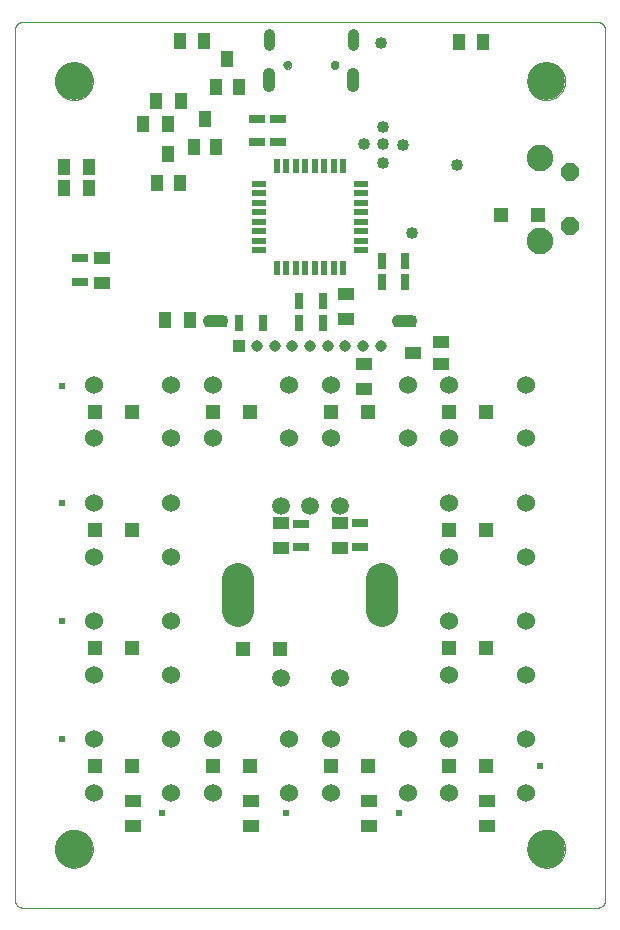
<source format=gbs>
G75*
%MOIN*%
%OFA0B0*%
%FSLAX25Y25*%
%IPPOS*%
%LPD*%
%AMOC8*
5,1,8,0,0,1.08239X$1,22.5*
%
%ADD10C,0.00000*%
%ADD11R,0.03150X0.05512*%
%ADD12R,0.05512X0.03150*%
%ADD13C,0.03800*%
%ADD14C,0.04000*%
%ADD15C,0.02559*%
%ADD16R,0.04724X0.04724*%
%ADD17R,0.05512X0.04331*%
%ADD18R,0.04331X0.05512*%
%ADD19C,0.06000*%
%ADD20R,0.02000X0.02000*%
%ADD21C,0.04000*%
%ADD22OC8,0.06000*%
%ADD23C,0.08850*%
%ADD24C,0.12598*%
%ADD25C,0.05906*%
%ADD26C,0.10630*%
%ADD27R,0.01969X0.05118*%
%ADD28R,0.05118X0.01969*%
%ADD29R,0.03839X0.03839*%
%ADD30C,0.03839*%
%ADD31C,0.04134*%
%ADD32R,0.03937X0.05512*%
%ADD33R,0.05512X0.03937*%
D10*
X0029445Y0012103D02*
X0029445Y0301811D01*
X0029447Y0301915D01*
X0029453Y0302019D01*
X0029463Y0302123D01*
X0029476Y0302226D01*
X0029494Y0302329D01*
X0029515Y0302430D01*
X0029540Y0302532D01*
X0029569Y0302632D01*
X0029601Y0302730D01*
X0029637Y0302828D01*
X0029677Y0302924D01*
X0029721Y0303019D01*
X0029768Y0303112D01*
X0029818Y0303203D01*
X0029872Y0303292D01*
X0029929Y0303379D01*
X0029989Y0303464D01*
X0030052Y0303547D01*
X0030119Y0303627D01*
X0030188Y0303705D01*
X0030260Y0303780D01*
X0030335Y0303852D01*
X0030413Y0303921D01*
X0030493Y0303988D01*
X0030576Y0304051D01*
X0030661Y0304111D01*
X0030748Y0304168D01*
X0030837Y0304222D01*
X0030928Y0304272D01*
X0031021Y0304319D01*
X0031116Y0304363D01*
X0031212Y0304403D01*
X0031310Y0304439D01*
X0031408Y0304471D01*
X0031508Y0304500D01*
X0031610Y0304525D01*
X0031711Y0304546D01*
X0031814Y0304564D01*
X0031917Y0304577D01*
X0032021Y0304587D01*
X0032125Y0304593D01*
X0032229Y0304595D01*
X0032229Y0304594D02*
X0223512Y0304594D01*
X0223512Y0304595D02*
X0223616Y0304593D01*
X0223720Y0304587D01*
X0223824Y0304577D01*
X0223927Y0304564D01*
X0224030Y0304546D01*
X0224131Y0304525D01*
X0224233Y0304500D01*
X0224333Y0304471D01*
X0224431Y0304439D01*
X0224529Y0304403D01*
X0224625Y0304363D01*
X0224720Y0304319D01*
X0224813Y0304272D01*
X0224904Y0304222D01*
X0224993Y0304168D01*
X0225080Y0304111D01*
X0225165Y0304051D01*
X0225248Y0303988D01*
X0225328Y0303921D01*
X0225406Y0303852D01*
X0225481Y0303780D01*
X0225553Y0303705D01*
X0225622Y0303627D01*
X0225689Y0303547D01*
X0225752Y0303464D01*
X0225812Y0303379D01*
X0225869Y0303292D01*
X0225923Y0303203D01*
X0225973Y0303112D01*
X0226020Y0303019D01*
X0226064Y0302924D01*
X0226104Y0302828D01*
X0226140Y0302730D01*
X0226172Y0302632D01*
X0226201Y0302532D01*
X0226226Y0302430D01*
X0226247Y0302329D01*
X0226265Y0302226D01*
X0226278Y0302123D01*
X0226288Y0302019D01*
X0226294Y0301915D01*
X0226296Y0301811D01*
X0226296Y0012103D01*
X0226294Y0011999D01*
X0226288Y0011895D01*
X0226278Y0011791D01*
X0226265Y0011688D01*
X0226247Y0011585D01*
X0226226Y0011484D01*
X0226201Y0011382D01*
X0226172Y0011282D01*
X0226140Y0011184D01*
X0226104Y0011086D01*
X0226064Y0010990D01*
X0226020Y0010895D01*
X0225973Y0010802D01*
X0225923Y0010711D01*
X0225869Y0010622D01*
X0225812Y0010535D01*
X0225752Y0010450D01*
X0225689Y0010367D01*
X0225622Y0010287D01*
X0225553Y0010209D01*
X0225481Y0010134D01*
X0225406Y0010062D01*
X0225328Y0009993D01*
X0225248Y0009926D01*
X0225165Y0009863D01*
X0225080Y0009803D01*
X0224993Y0009746D01*
X0224904Y0009692D01*
X0224813Y0009642D01*
X0224720Y0009595D01*
X0224625Y0009551D01*
X0224529Y0009511D01*
X0224431Y0009475D01*
X0224333Y0009443D01*
X0224233Y0009414D01*
X0224131Y0009389D01*
X0224030Y0009368D01*
X0223927Y0009350D01*
X0223824Y0009337D01*
X0223720Y0009327D01*
X0223616Y0009321D01*
X0223512Y0009319D01*
X0032229Y0009319D01*
X0032125Y0009321D01*
X0032021Y0009327D01*
X0031917Y0009337D01*
X0031814Y0009350D01*
X0031711Y0009368D01*
X0031610Y0009389D01*
X0031508Y0009414D01*
X0031408Y0009443D01*
X0031310Y0009475D01*
X0031212Y0009511D01*
X0031116Y0009551D01*
X0031021Y0009595D01*
X0030928Y0009642D01*
X0030837Y0009692D01*
X0030748Y0009746D01*
X0030661Y0009803D01*
X0030576Y0009863D01*
X0030493Y0009926D01*
X0030413Y0009993D01*
X0030335Y0010062D01*
X0030260Y0010134D01*
X0030188Y0010209D01*
X0030119Y0010287D01*
X0030052Y0010367D01*
X0029989Y0010450D01*
X0029929Y0010535D01*
X0029872Y0010622D01*
X0029818Y0010711D01*
X0029768Y0010802D01*
X0029721Y0010895D01*
X0029677Y0010990D01*
X0029637Y0011086D01*
X0029601Y0011184D01*
X0029569Y0011282D01*
X0029540Y0011382D01*
X0029515Y0011484D01*
X0029494Y0011585D01*
X0029476Y0011688D01*
X0029463Y0011791D01*
X0029453Y0011895D01*
X0029447Y0011999D01*
X0029445Y0012103D01*
X0042831Y0029004D02*
X0042833Y0029162D01*
X0042839Y0029320D01*
X0042849Y0029478D01*
X0042863Y0029636D01*
X0042881Y0029793D01*
X0042902Y0029950D01*
X0042928Y0030106D01*
X0042958Y0030262D01*
X0042991Y0030417D01*
X0043029Y0030570D01*
X0043070Y0030723D01*
X0043115Y0030875D01*
X0043164Y0031026D01*
X0043217Y0031175D01*
X0043273Y0031323D01*
X0043333Y0031469D01*
X0043397Y0031614D01*
X0043465Y0031757D01*
X0043536Y0031899D01*
X0043610Y0032039D01*
X0043688Y0032176D01*
X0043770Y0032312D01*
X0043854Y0032446D01*
X0043943Y0032577D01*
X0044034Y0032706D01*
X0044129Y0032833D01*
X0044226Y0032958D01*
X0044327Y0033080D01*
X0044431Y0033199D01*
X0044538Y0033316D01*
X0044648Y0033430D01*
X0044761Y0033541D01*
X0044876Y0033650D01*
X0044994Y0033755D01*
X0045115Y0033857D01*
X0045238Y0033957D01*
X0045364Y0034053D01*
X0045492Y0034146D01*
X0045622Y0034236D01*
X0045755Y0034322D01*
X0045890Y0034406D01*
X0046026Y0034485D01*
X0046165Y0034562D01*
X0046306Y0034634D01*
X0046448Y0034704D01*
X0046592Y0034769D01*
X0046738Y0034831D01*
X0046885Y0034889D01*
X0047034Y0034944D01*
X0047184Y0034995D01*
X0047335Y0035042D01*
X0047487Y0035085D01*
X0047640Y0035124D01*
X0047795Y0035160D01*
X0047950Y0035191D01*
X0048106Y0035219D01*
X0048262Y0035243D01*
X0048419Y0035263D01*
X0048577Y0035279D01*
X0048734Y0035291D01*
X0048893Y0035299D01*
X0049051Y0035303D01*
X0049209Y0035303D01*
X0049367Y0035299D01*
X0049526Y0035291D01*
X0049683Y0035279D01*
X0049841Y0035263D01*
X0049998Y0035243D01*
X0050154Y0035219D01*
X0050310Y0035191D01*
X0050465Y0035160D01*
X0050620Y0035124D01*
X0050773Y0035085D01*
X0050925Y0035042D01*
X0051076Y0034995D01*
X0051226Y0034944D01*
X0051375Y0034889D01*
X0051522Y0034831D01*
X0051668Y0034769D01*
X0051812Y0034704D01*
X0051954Y0034634D01*
X0052095Y0034562D01*
X0052234Y0034485D01*
X0052370Y0034406D01*
X0052505Y0034322D01*
X0052638Y0034236D01*
X0052768Y0034146D01*
X0052896Y0034053D01*
X0053022Y0033957D01*
X0053145Y0033857D01*
X0053266Y0033755D01*
X0053384Y0033650D01*
X0053499Y0033541D01*
X0053612Y0033430D01*
X0053722Y0033316D01*
X0053829Y0033199D01*
X0053933Y0033080D01*
X0054034Y0032958D01*
X0054131Y0032833D01*
X0054226Y0032706D01*
X0054317Y0032577D01*
X0054406Y0032446D01*
X0054490Y0032312D01*
X0054572Y0032176D01*
X0054650Y0032039D01*
X0054724Y0031899D01*
X0054795Y0031757D01*
X0054863Y0031614D01*
X0054927Y0031469D01*
X0054987Y0031323D01*
X0055043Y0031175D01*
X0055096Y0031026D01*
X0055145Y0030875D01*
X0055190Y0030723D01*
X0055231Y0030570D01*
X0055269Y0030417D01*
X0055302Y0030262D01*
X0055332Y0030106D01*
X0055358Y0029950D01*
X0055379Y0029793D01*
X0055397Y0029636D01*
X0055411Y0029478D01*
X0055421Y0029320D01*
X0055427Y0029162D01*
X0055429Y0029004D01*
X0055427Y0028846D01*
X0055421Y0028688D01*
X0055411Y0028530D01*
X0055397Y0028372D01*
X0055379Y0028215D01*
X0055358Y0028058D01*
X0055332Y0027902D01*
X0055302Y0027746D01*
X0055269Y0027591D01*
X0055231Y0027438D01*
X0055190Y0027285D01*
X0055145Y0027133D01*
X0055096Y0026982D01*
X0055043Y0026833D01*
X0054987Y0026685D01*
X0054927Y0026539D01*
X0054863Y0026394D01*
X0054795Y0026251D01*
X0054724Y0026109D01*
X0054650Y0025969D01*
X0054572Y0025832D01*
X0054490Y0025696D01*
X0054406Y0025562D01*
X0054317Y0025431D01*
X0054226Y0025302D01*
X0054131Y0025175D01*
X0054034Y0025050D01*
X0053933Y0024928D01*
X0053829Y0024809D01*
X0053722Y0024692D01*
X0053612Y0024578D01*
X0053499Y0024467D01*
X0053384Y0024358D01*
X0053266Y0024253D01*
X0053145Y0024151D01*
X0053022Y0024051D01*
X0052896Y0023955D01*
X0052768Y0023862D01*
X0052638Y0023772D01*
X0052505Y0023686D01*
X0052370Y0023602D01*
X0052234Y0023523D01*
X0052095Y0023446D01*
X0051954Y0023374D01*
X0051812Y0023304D01*
X0051668Y0023239D01*
X0051522Y0023177D01*
X0051375Y0023119D01*
X0051226Y0023064D01*
X0051076Y0023013D01*
X0050925Y0022966D01*
X0050773Y0022923D01*
X0050620Y0022884D01*
X0050465Y0022848D01*
X0050310Y0022817D01*
X0050154Y0022789D01*
X0049998Y0022765D01*
X0049841Y0022745D01*
X0049683Y0022729D01*
X0049526Y0022717D01*
X0049367Y0022709D01*
X0049209Y0022705D01*
X0049051Y0022705D01*
X0048893Y0022709D01*
X0048734Y0022717D01*
X0048577Y0022729D01*
X0048419Y0022745D01*
X0048262Y0022765D01*
X0048106Y0022789D01*
X0047950Y0022817D01*
X0047795Y0022848D01*
X0047640Y0022884D01*
X0047487Y0022923D01*
X0047335Y0022966D01*
X0047184Y0023013D01*
X0047034Y0023064D01*
X0046885Y0023119D01*
X0046738Y0023177D01*
X0046592Y0023239D01*
X0046448Y0023304D01*
X0046306Y0023374D01*
X0046165Y0023446D01*
X0046026Y0023523D01*
X0045890Y0023602D01*
X0045755Y0023686D01*
X0045622Y0023772D01*
X0045492Y0023862D01*
X0045364Y0023955D01*
X0045238Y0024051D01*
X0045115Y0024151D01*
X0044994Y0024253D01*
X0044876Y0024358D01*
X0044761Y0024467D01*
X0044648Y0024578D01*
X0044538Y0024692D01*
X0044431Y0024809D01*
X0044327Y0024928D01*
X0044226Y0025050D01*
X0044129Y0025175D01*
X0044034Y0025302D01*
X0043943Y0025431D01*
X0043854Y0025562D01*
X0043770Y0025696D01*
X0043688Y0025832D01*
X0043610Y0025969D01*
X0043536Y0026109D01*
X0043465Y0026251D01*
X0043397Y0026394D01*
X0043333Y0026539D01*
X0043273Y0026685D01*
X0043217Y0026833D01*
X0043164Y0026982D01*
X0043115Y0027133D01*
X0043070Y0027285D01*
X0043029Y0027438D01*
X0042991Y0027591D01*
X0042958Y0027746D01*
X0042928Y0027902D01*
X0042902Y0028058D01*
X0042881Y0028215D01*
X0042863Y0028372D01*
X0042849Y0028530D01*
X0042839Y0028688D01*
X0042833Y0028846D01*
X0042831Y0029004D01*
X0100311Y0109319D02*
X0107398Y0109319D01*
X0107398Y0117980D01*
X0100311Y0117980D01*
X0100311Y0109319D01*
X0148343Y0109319D02*
X0155429Y0109319D01*
X0155429Y0117980D01*
X0148343Y0117980D01*
X0148343Y0109319D01*
X0200311Y0029004D02*
X0200313Y0029162D01*
X0200319Y0029320D01*
X0200329Y0029478D01*
X0200343Y0029636D01*
X0200361Y0029793D01*
X0200382Y0029950D01*
X0200408Y0030106D01*
X0200438Y0030262D01*
X0200471Y0030417D01*
X0200509Y0030570D01*
X0200550Y0030723D01*
X0200595Y0030875D01*
X0200644Y0031026D01*
X0200697Y0031175D01*
X0200753Y0031323D01*
X0200813Y0031469D01*
X0200877Y0031614D01*
X0200945Y0031757D01*
X0201016Y0031899D01*
X0201090Y0032039D01*
X0201168Y0032176D01*
X0201250Y0032312D01*
X0201334Y0032446D01*
X0201423Y0032577D01*
X0201514Y0032706D01*
X0201609Y0032833D01*
X0201706Y0032958D01*
X0201807Y0033080D01*
X0201911Y0033199D01*
X0202018Y0033316D01*
X0202128Y0033430D01*
X0202241Y0033541D01*
X0202356Y0033650D01*
X0202474Y0033755D01*
X0202595Y0033857D01*
X0202718Y0033957D01*
X0202844Y0034053D01*
X0202972Y0034146D01*
X0203102Y0034236D01*
X0203235Y0034322D01*
X0203370Y0034406D01*
X0203506Y0034485D01*
X0203645Y0034562D01*
X0203786Y0034634D01*
X0203928Y0034704D01*
X0204072Y0034769D01*
X0204218Y0034831D01*
X0204365Y0034889D01*
X0204514Y0034944D01*
X0204664Y0034995D01*
X0204815Y0035042D01*
X0204967Y0035085D01*
X0205120Y0035124D01*
X0205275Y0035160D01*
X0205430Y0035191D01*
X0205586Y0035219D01*
X0205742Y0035243D01*
X0205899Y0035263D01*
X0206057Y0035279D01*
X0206214Y0035291D01*
X0206373Y0035299D01*
X0206531Y0035303D01*
X0206689Y0035303D01*
X0206847Y0035299D01*
X0207006Y0035291D01*
X0207163Y0035279D01*
X0207321Y0035263D01*
X0207478Y0035243D01*
X0207634Y0035219D01*
X0207790Y0035191D01*
X0207945Y0035160D01*
X0208100Y0035124D01*
X0208253Y0035085D01*
X0208405Y0035042D01*
X0208556Y0034995D01*
X0208706Y0034944D01*
X0208855Y0034889D01*
X0209002Y0034831D01*
X0209148Y0034769D01*
X0209292Y0034704D01*
X0209434Y0034634D01*
X0209575Y0034562D01*
X0209714Y0034485D01*
X0209850Y0034406D01*
X0209985Y0034322D01*
X0210118Y0034236D01*
X0210248Y0034146D01*
X0210376Y0034053D01*
X0210502Y0033957D01*
X0210625Y0033857D01*
X0210746Y0033755D01*
X0210864Y0033650D01*
X0210979Y0033541D01*
X0211092Y0033430D01*
X0211202Y0033316D01*
X0211309Y0033199D01*
X0211413Y0033080D01*
X0211514Y0032958D01*
X0211611Y0032833D01*
X0211706Y0032706D01*
X0211797Y0032577D01*
X0211886Y0032446D01*
X0211970Y0032312D01*
X0212052Y0032176D01*
X0212130Y0032039D01*
X0212204Y0031899D01*
X0212275Y0031757D01*
X0212343Y0031614D01*
X0212407Y0031469D01*
X0212467Y0031323D01*
X0212523Y0031175D01*
X0212576Y0031026D01*
X0212625Y0030875D01*
X0212670Y0030723D01*
X0212711Y0030570D01*
X0212749Y0030417D01*
X0212782Y0030262D01*
X0212812Y0030106D01*
X0212838Y0029950D01*
X0212859Y0029793D01*
X0212877Y0029636D01*
X0212891Y0029478D01*
X0212901Y0029320D01*
X0212907Y0029162D01*
X0212909Y0029004D01*
X0212907Y0028846D01*
X0212901Y0028688D01*
X0212891Y0028530D01*
X0212877Y0028372D01*
X0212859Y0028215D01*
X0212838Y0028058D01*
X0212812Y0027902D01*
X0212782Y0027746D01*
X0212749Y0027591D01*
X0212711Y0027438D01*
X0212670Y0027285D01*
X0212625Y0027133D01*
X0212576Y0026982D01*
X0212523Y0026833D01*
X0212467Y0026685D01*
X0212407Y0026539D01*
X0212343Y0026394D01*
X0212275Y0026251D01*
X0212204Y0026109D01*
X0212130Y0025969D01*
X0212052Y0025832D01*
X0211970Y0025696D01*
X0211886Y0025562D01*
X0211797Y0025431D01*
X0211706Y0025302D01*
X0211611Y0025175D01*
X0211514Y0025050D01*
X0211413Y0024928D01*
X0211309Y0024809D01*
X0211202Y0024692D01*
X0211092Y0024578D01*
X0210979Y0024467D01*
X0210864Y0024358D01*
X0210746Y0024253D01*
X0210625Y0024151D01*
X0210502Y0024051D01*
X0210376Y0023955D01*
X0210248Y0023862D01*
X0210118Y0023772D01*
X0209985Y0023686D01*
X0209850Y0023602D01*
X0209714Y0023523D01*
X0209575Y0023446D01*
X0209434Y0023374D01*
X0209292Y0023304D01*
X0209148Y0023239D01*
X0209002Y0023177D01*
X0208855Y0023119D01*
X0208706Y0023064D01*
X0208556Y0023013D01*
X0208405Y0022966D01*
X0208253Y0022923D01*
X0208100Y0022884D01*
X0207945Y0022848D01*
X0207790Y0022817D01*
X0207634Y0022789D01*
X0207478Y0022765D01*
X0207321Y0022745D01*
X0207163Y0022729D01*
X0207006Y0022717D01*
X0206847Y0022709D01*
X0206689Y0022705D01*
X0206531Y0022705D01*
X0206373Y0022709D01*
X0206214Y0022717D01*
X0206057Y0022729D01*
X0205899Y0022745D01*
X0205742Y0022765D01*
X0205586Y0022789D01*
X0205430Y0022817D01*
X0205275Y0022848D01*
X0205120Y0022884D01*
X0204967Y0022923D01*
X0204815Y0022966D01*
X0204664Y0023013D01*
X0204514Y0023064D01*
X0204365Y0023119D01*
X0204218Y0023177D01*
X0204072Y0023239D01*
X0203928Y0023304D01*
X0203786Y0023374D01*
X0203645Y0023446D01*
X0203506Y0023523D01*
X0203370Y0023602D01*
X0203235Y0023686D01*
X0203102Y0023772D01*
X0202972Y0023862D01*
X0202844Y0023955D01*
X0202718Y0024051D01*
X0202595Y0024151D01*
X0202474Y0024253D01*
X0202356Y0024358D01*
X0202241Y0024467D01*
X0202128Y0024578D01*
X0202018Y0024692D01*
X0201911Y0024809D01*
X0201807Y0024928D01*
X0201706Y0025050D01*
X0201609Y0025175D01*
X0201514Y0025302D01*
X0201423Y0025431D01*
X0201334Y0025562D01*
X0201250Y0025696D01*
X0201168Y0025832D01*
X0201090Y0025969D01*
X0201016Y0026109D01*
X0200945Y0026251D01*
X0200877Y0026394D01*
X0200813Y0026539D01*
X0200753Y0026685D01*
X0200697Y0026833D01*
X0200644Y0026982D01*
X0200595Y0027133D01*
X0200550Y0027285D01*
X0200509Y0027438D01*
X0200471Y0027591D01*
X0200438Y0027746D01*
X0200408Y0027902D01*
X0200382Y0028058D01*
X0200361Y0028215D01*
X0200343Y0028372D01*
X0200329Y0028530D01*
X0200319Y0028688D01*
X0200313Y0028846D01*
X0200311Y0029004D01*
X0162910Y0203413D02*
X0155823Y0203413D01*
X0155823Y0206563D01*
X0162910Y0206563D01*
X0162910Y0203413D01*
X0143126Y0282646D02*
X0143126Y0287567D01*
X0143124Y0287625D01*
X0143118Y0287683D01*
X0143109Y0287740D01*
X0143096Y0287796D01*
X0143079Y0287852D01*
X0143059Y0287906D01*
X0143035Y0287959D01*
X0143007Y0288010D01*
X0142977Y0288059D01*
X0142943Y0288106D01*
X0142906Y0288151D01*
X0142866Y0288193D01*
X0142824Y0288233D01*
X0142779Y0288270D01*
X0142732Y0288304D01*
X0142683Y0288334D01*
X0142632Y0288362D01*
X0142579Y0288386D01*
X0142525Y0288406D01*
X0142469Y0288423D01*
X0142413Y0288436D01*
X0142356Y0288445D01*
X0142298Y0288451D01*
X0142240Y0288453D01*
X0142182Y0288451D01*
X0142124Y0288445D01*
X0142067Y0288436D01*
X0142011Y0288423D01*
X0141955Y0288406D01*
X0141901Y0288386D01*
X0141848Y0288362D01*
X0141797Y0288334D01*
X0141748Y0288304D01*
X0141701Y0288270D01*
X0141656Y0288233D01*
X0141614Y0288193D01*
X0141574Y0288151D01*
X0141537Y0288106D01*
X0141503Y0288059D01*
X0141473Y0288010D01*
X0141445Y0287959D01*
X0141421Y0287906D01*
X0141401Y0287852D01*
X0141384Y0287796D01*
X0141371Y0287740D01*
X0141362Y0287683D01*
X0141356Y0287625D01*
X0141354Y0287567D01*
X0141355Y0287567D02*
X0141355Y0282646D01*
X0141354Y0282646D02*
X0141356Y0282588D01*
X0141362Y0282530D01*
X0141371Y0282473D01*
X0141384Y0282417D01*
X0141401Y0282361D01*
X0141421Y0282307D01*
X0141445Y0282254D01*
X0141473Y0282203D01*
X0141503Y0282154D01*
X0141537Y0282107D01*
X0141574Y0282062D01*
X0141614Y0282020D01*
X0141656Y0281980D01*
X0141701Y0281943D01*
X0141748Y0281909D01*
X0141797Y0281879D01*
X0141848Y0281851D01*
X0141901Y0281827D01*
X0141955Y0281807D01*
X0142011Y0281790D01*
X0142067Y0281777D01*
X0142124Y0281768D01*
X0142182Y0281762D01*
X0142240Y0281760D01*
X0142298Y0281762D01*
X0142356Y0281768D01*
X0142413Y0281777D01*
X0142469Y0281790D01*
X0142525Y0281807D01*
X0142579Y0281827D01*
X0142632Y0281851D01*
X0142683Y0281879D01*
X0142732Y0281909D01*
X0142779Y0281943D01*
X0142824Y0281980D01*
X0142866Y0282020D01*
X0142906Y0282062D01*
X0142943Y0282107D01*
X0142977Y0282154D01*
X0143007Y0282203D01*
X0143035Y0282254D01*
X0143059Y0282307D01*
X0143079Y0282361D01*
X0143096Y0282417D01*
X0143109Y0282473D01*
X0143118Y0282530D01*
X0143124Y0282588D01*
X0143126Y0282646D01*
X0134760Y0290303D02*
X0134762Y0290374D01*
X0134768Y0290445D01*
X0134778Y0290516D01*
X0134792Y0290585D01*
X0134809Y0290654D01*
X0134831Y0290722D01*
X0134856Y0290789D01*
X0134885Y0290854D01*
X0134917Y0290917D01*
X0134953Y0290979D01*
X0134992Y0291038D01*
X0135035Y0291095D01*
X0135080Y0291150D01*
X0135129Y0291202D01*
X0135180Y0291251D01*
X0135234Y0291297D01*
X0135291Y0291341D01*
X0135349Y0291381D01*
X0135410Y0291417D01*
X0135473Y0291451D01*
X0135538Y0291480D01*
X0135604Y0291506D01*
X0135672Y0291529D01*
X0135740Y0291547D01*
X0135810Y0291562D01*
X0135880Y0291573D01*
X0135951Y0291580D01*
X0136022Y0291583D01*
X0136093Y0291582D01*
X0136164Y0291577D01*
X0136235Y0291568D01*
X0136305Y0291555D01*
X0136374Y0291539D01*
X0136442Y0291518D01*
X0136509Y0291494D01*
X0136575Y0291466D01*
X0136638Y0291434D01*
X0136700Y0291399D01*
X0136760Y0291361D01*
X0136818Y0291319D01*
X0136873Y0291275D01*
X0136926Y0291227D01*
X0136976Y0291176D01*
X0137023Y0291123D01*
X0137067Y0291067D01*
X0137108Y0291009D01*
X0137146Y0290948D01*
X0137180Y0290886D01*
X0137210Y0290821D01*
X0137237Y0290756D01*
X0137261Y0290688D01*
X0137280Y0290620D01*
X0137296Y0290551D01*
X0137308Y0290480D01*
X0137316Y0290410D01*
X0137320Y0290339D01*
X0137320Y0290267D01*
X0137316Y0290196D01*
X0137308Y0290126D01*
X0137296Y0290055D01*
X0137280Y0289986D01*
X0137261Y0289918D01*
X0137237Y0289850D01*
X0137210Y0289785D01*
X0137180Y0289720D01*
X0137146Y0289658D01*
X0137108Y0289597D01*
X0137067Y0289539D01*
X0137023Y0289483D01*
X0136976Y0289430D01*
X0136926Y0289379D01*
X0136873Y0289331D01*
X0136818Y0289287D01*
X0136760Y0289245D01*
X0136700Y0289207D01*
X0136638Y0289172D01*
X0136575Y0289140D01*
X0136509Y0289112D01*
X0136442Y0289088D01*
X0136374Y0289067D01*
X0136305Y0289051D01*
X0136235Y0289038D01*
X0136164Y0289029D01*
X0136093Y0289024D01*
X0136022Y0289023D01*
X0135951Y0289026D01*
X0135880Y0289033D01*
X0135810Y0289044D01*
X0135740Y0289059D01*
X0135672Y0289077D01*
X0135604Y0289100D01*
X0135538Y0289126D01*
X0135473Y0289155D01*
X0135410Y0289189D01*
X0135349Y0289225D01*
X0135291Y0289265D01*
X0135234Y0289309D01*
X0135180Y0289355D01*
X0135129Y0289404D01*
X0135080Y0289456D01*
X0135035Y0289511D01*
X0134992Y0289568D01*
X0134953Y0289627D01*
X0134917Y0289689D01*
X0134885Y0289752D01*
X0134856Y0289817D01*
X0134831Y0289884D01*
X0134809Y0289952D01*
X0134792Y0290021D01*
X0134778Y0290090D01*
X0134768Y0290161D01*
X0134762Y0290232D01*
X0134760Y0290303D01*
X0141355Y0296228D02*
X0141355Y0301150D01*
X0141354Y0301150D02*
X0141356Y0301208D01*
X0141362Y0301266D01*
X0141371Y0301323D01*
X0141384Y0301379D01*
X0141401Y0301435D01*
X0141421Y0301489D01*
X0141445Y0301542D01*
X0141473Y0301593D01*
X0141503Y0301642D01*
X0141537Y0301689D01*
X0141574Y0301734D01*
X0141614Y0301776D01*
X0141656Y0301816D01*
X0141701Y0301853D01*
X0141748Y0301887D01*
X0141797Y0301917D01*
X0141848Y0301945D01*
X0141901Y0301969D01*
X0141955Y0301989D01*
X0142011Y0302006D01*
X0142067Y0302019D01*
X0142124Y0302028D01*
X0142182Y0302034D01*
X0142240Y0302036D01*
X0142298Y0302034D01*
X0142356Y0302028D01*
X0142413Y0302019D01*
X0142469Y0302006D01*
X0142525Y0301989D01*
X0142579Y0301969D01*
X0142632Y0301945D01*
X0142683Y0301917D01*
X0142732Y0301887D01*
X0142779Y0301853D01*
X0142824Y0301816D01*
X0142866Y0301776D01*
X0142906Y0301734D01*
X0142943Y0301689D01*
X0142977Y0301642D01*
X0143007Y0301593D01*
X0143035Y0301542D01*
X0143059Y0301489D01*
X0143079Y0301435D01*
X0143096Y0301379D01*
X0143109Y0301323D01*
X0143118Y0301266D01*
X0143124Y0301208D01*
X0143126Y0301150D01*
X0143126Y0296228D01*
X0143124Y0296170D01*
X0143118Y0296112D01*
X0143109Y0296055D01*
X0143096Y0295999D01*
X0143079Y0295943D01*
X0143059Y0295889D01*
X0143035Y0295836D01*
X0143007Y0295785D01*
X0142977Y0295736D01*
X0142943Y0295689D01*
X0142906Y0295644D01*
X0142866Y0295602D01*
X0142824Y0295562D01*
X0142779Y0295525D01*
X0142732Y0295491D01*
X0142683Y0295461D01*
X0142632Y0295433D01*
X0142579Y0295409D01*
X0142525Y0295389D01*
X0142469Y0295372D01*
X0142413Y0295359D01*
X0142356Y0295350D01*
X0142298Y0295344D01*
X0142240Y0295342D01*
X0142182Y0295344D01*
X0142124Y0295350D01*
X0142067Y0295359D01*
X0142011Y0295372D01*
X0141955Y0295389D01*
X0141901Y0295409D01*
X0141848Y0295433D01*
X0141797Y0295461D01*
X0141748Y0295491D01*
X0141701Y0295525D01*
X0141656Y0295562D01*
X0141614Y0295602D01*
X0141574Y0295644D01*
X0141537Y0295689D01*
X0141503Y0295736D01*
X0141473Y0295785D01*
X0141445Y0295836D01*
X0141421Y0295889D01*
X0141401Y0295943D01*
X0141384Y0295999D01*
X0141371Y0296055D01*
X0141362Y0296112D01*
X0141356Y0296170D01*
X0141354Y0296228D01*
X0119012Y0290303D02*
X0119014Y0290374D01*
X0119020Y0290445D01*
X0119030Y0290516D01*
X0119044Y0290585D01*
X0119061Y0290654D01*
X0119083Y0290722D01*
X0119108Y0290789D01*
X0119137Y0290854D01*
X0119169Y0290917D01*
X0119205Y0290979D01*
X0119244Y0291038D01*
X0119287Y0291095D01*
X0119332Y0291150D01*
X0119381Y0291202D01*
X0119432Y0291251D01*
X0119486Y0291297D01*
X0119543Y0291341D01*
X0119601Y0291381D01*
X0119662Y0291417D01*
X0119725Y0291451D01*
X0119790Y0291480D01*
X0119856Y0291506D01*
X0119924Y0291529D01*
X0119992Y0291547D01*
X0120062Y0291562D01*
X0120132Y0291573D01*
X0120203Y0291580D01*
X0120274Y0291583D01*
X0120345Y0291582D01*
X0120416Y0291577D01*
X0120487Y0291568D01*
X0120557Y0291555D01*
X0120626Y0291539D01*
X0120694Y0291518D01*
X0120761Y0291494D01*
X0120827Y0291466D01*
X0120890Y0291434D01*
X0120952Y0291399D01*
X0121012Y0291361D01*
X0121070Y0291319D01*
X0121125Y0291275D01*
X0121178Y0291227D01*
X0121228Y0291176D01*
X0121275Y0291123D01*
X0121319Y0291067D01*
X0121360Y0291009D01*
X0121398Y0290948D01*
X0121432Y0290886D01*
X0121462Y0290821D01*
X0121489Y0290756D01*
X0121513Y0290688D01*
X0121532Y0290620D01*
X0121548Y0290551D01*
X0121560Y0290480D01*
X0121568Y0290410D01*
X0121572Y0290339D01*
X0121572Y0290267D01*
X0121568Y0290196D01*
X0121560Y0290126D01*
X0121548Y0290055D01*
X0121532Y0289986D01*
X0121513Y0289918D01*
X0121489Y0289850D01*
X0121462Y0289785D01*
X0121432Y0289720D01*
X0121398Y0289658D01*
X0121360Y0289597D01*
X0121319Y0289539D01*
X0121275Y0289483D01*
X0121228Y0289430D01*
X0121178Y0289379D01*
X0121125Y0289331D01*
X0121070Y0289287D01*
X0121012Y0289245D01*
X0120952Y0289207D01*
X0120890Y0289172D01*
X0120827Y0289140D01*
X0120761Y0289112D01*
X0120694Y0289088D01*
X0120626Y0289067D01*
X0120557Y0289051D01*
X0120487Y0289038D01*
X0120416Y0289029D01*
X0120345Y0289024D01*
X0120274Y0289023D01*
X0120203Y0289026D01*
X0120132Y0289033D01*
X0120062Y0289044D01*
X0119992Y0289059D01*
X0119924Y0289077D01*
X0119856Y0289100D01*
X0119790Y0289126D01*
X0119725Y0289155D01*
X0119662Y0289189D01*
X0119601Y0289225D01*
X0119543Y0289265D01*
X0119486Y0289309D01*
X0119432Y0289355D01*
X0119381Y0289404D01*
X0119332Y0289456D01*
X0119287Y0289511D01*
X0119244Y0289568D01*
X0119205Y0289627D01*
X0119169Y0289689D01*
X0119137Y0289752D01*
X0119108Y0289817D01*
X0119083Y0289884D01*
X0119061Y0289952D01*
X0119044Y0290021D01*
X0119030Y0290090D01*
X0119020Y0290161D01*
X0119014Y0290232D01*
X0119012Y0290303D01*
X0114977Y0287567D02*
X0114977Y0282646D01*
X0114975Y0282588D01*
X0114969Y0282530D01*
X0114960Y0282473D01*
X0114947Y0282417D01*
X0114930Y0282361D01*
X0114910Y0282307D01*
X0114886Y0282254D01*
X0114858Y0282203D01*
X0114828Y0282154D01*
X0114794Y0282107D01*
X0114757Y0282062D01*
X0114717Y0282020D01*
X0114675Y0281980D01*
X0114630Y0281943D01*
X0114583Y0281909D01*
X0114534Y0281879D01*
X0114483Y0281851D01*
X0114430Y0281827D01*
X0114376Y0281807D01*
X0114320Y0281790D01*
X0114264Y0281777D01*
X0114207Y0281768D01*
X0114149Y0281762D01*
X0114091Y0281760D01*
X0114033Y0281762D01*
X0113975Y0281768D01*
X0113918Y0281777D01*
X0113862Y0281790D01*
X0113806Y0281807D01*
X0113752Y0281827D01*
X0113699Y0281851D01*
X0113648Y0281879D01*
X0113599Y0281909D01*
X0113552Y0281943D01*
X0113507Y0281980D01*
X0113465Y0282020D01*
X0113425Y0282062D01*
X0113388Y0282107D01*
X0113354Y0282154D01*
X0113324Y0282203D01*
X0113296Y0282254D01*
X0113272Y0282307D01*
X0113252Y0282361D01*
X0113235Y0282417D01*
X0113222Y0282473D01*
X0113213Y0282530D01*
X0113207Y0282588D01*
X0113205Y0282646D01*
X0113205Y0287567D01*
X0113207Y0287625D01*
X0113213Y0287683D01*
X0113222Y0287740D01*
X0113235Y0287796D01*
X0113252Y0287852D01*
X0113272Y0287906D01*
X0113296Y0287959D01*
X0113324Y0288010D01*
X0113354Y0288059D01*
X0113388Y0288106D01*
X0113425Y0288151D01*
X0113465Y0288193D01*
X0113507Y0288233D01*
X0113552Y0288270D01*
X0113599Y0288304D01*
X0113648Y0288334D01*
X0113699Y0288362D01*
X0113752Y0288386D01*
X0113806Y0288406D01*
X0113862Y0288423D01*
X0113918Y0288436D01*
X0113975Y0288445D01*
X0114033Y0288451D01*
X0114091Y0288453D01*
X0114149Y0288451D01*
X0114207Y0288445D01*
X0114264Y0288436D01*
X0114320Y0288423D01*
X0114376Y0288406D01*
X0114430Y0288386D01*
X0114483Y0288362D01*
X0114534Y0288334D01*
X0114583Y0288304D01*
X0114630Y0288270D01*
X0114675Y0288233D01*
X0114717Y0288193D01*
X0114757Y0288151D01*
X0114794Y0288106D01*
X0114828Y0288059D01*
X0114858Y0288010D01*
X0114886Y0287959D01*
X0114910Y0287906D01*
X0114930Y0287852D01*
X0114947Y0287796D01*
X0114960Y0287740D01*
X0114969Y0287683D01*
X0114975Y0287625D01*
X0114977Y0287567D01*
X0114977Y0296228D02*
X0114977Y0301150D01*
X0114975Y0301208D01*
X0114969Y0301266D01*
X0114960Y0301323D01*
X0114947Y0301379D01*
X0114930Y0301435D01*
X0114910Y0301489D01*
X0114886Y0301542D01*
X0114858Y0301593D01*
X0114828Y0301642D01*
X0114794Y0301689D01*
X0114757Y0301734D01*
X0114717Y0301776D01*
X0114675Y0301816D01*
X0114630Y0301853D01*
X0114583Y0301887D01*
X0114534Y0301917D01*
X0114483Y0301945D01*
X0114430Y0301969D01*
X0114376Y0301989D01*
X0114320Y0302006D01*
X0114264Y0302019D01*
X0114207Y0302028D01*
X0114149Y0302034D01*
X0114091Y0302036D01*
X0114033Y0302034D01*
X0113975Y0302028D01*
X0113918Y0302019D01*
X0113862Y0302006D01*
X0113806Y0301989D01*
X0113752Y0301969D01*
X0113699Y0301945D01*
X0113648Y0301917D01*
X0113599Y0301887D01*
X0113552Y0301853D01*
X0113507Y0301816D01*
X0113465Y0301776D01*
X0113425Y0301734D01*
X0113388Y0301689D01*
X0113354Y0301642D01*
X0113324Y0301593D01*
X0113296Y0301542D01*
X0113272Y0301489D01*
X0113252Y0301435D01*
X0113235Y0301379D01*
X0113222Y0301323D01*
X0113213Y0301266D01*
X0113207Y0301208D01*
X0113205Y0301150D01*
X0113205Y0296228D01*
X0113207Y0296170D01*
X0113213Y0296112D01*
X0113222Y0296055D01*
X0113235Y0295999D01*
X0113252Y0295943D01*
X0113272Y0295889D01*
X0113296Y0295836D01*
X0113324Y0295785D01*
X0113354Y0295736D01*
X0113388Y0295689D01*
X0113425Y0295644D01*
X0113465Y0295602D01*
X0113507Y0295562D01*
X0113552Y0295525D01*
X0113599Y0295491D01*
X0113648Y0295461D01*
X0113699Y0295433D01*
X0113752Y0295409D01*
X0113806Y0295389D01*
X0113862Y0295372D01*
X0113918Y0295359D01*
X0113975Y0295350D01*
X0114033Y0295344D01*
X0114091Y0295342D01*
X0114149Y0295344D01*
X0114207Y0295350D01*
X0114264Y0295359D01*
X0114320Y0295372D01*
X0114376Y0295389D01*
X0114430Y0295409D01*
X0114483Y0295433D01*
X0114534Y0295461D01*
X0114583Y0295491D01*
X0114630Y0295525D01*
X0114675Y0295562D01*
X0114717Y0295602D01*
X0114757Y0295644D01*
X0114794Y0295689D01*
X0114828Y0295736D01*
X0114858Y0295785D01*
X0114886Y0295836D01*
X0114910Y0295889D01*
X0114930Y0295943D01*
X0114947Y0295999D01*
X0114960Y0296055D01*
X0114969Y0296112D01*
X0114975Y0296170D01*
X0114977Y0296228D01*
X0099918Y0206563D02*
X0092831Y0206563D01*
X0092831Y0203413D01*
X0099918Y0203413D01*
X0099918Y0206563D01*
X0042831Y0284909D02*
X0042833Y0285067D01*
X0042839Y0285225D01*
X0042849Y0285383D01*
X0042863Y0285541D01*
X0042881Y0285698D01*
X0042902Y0285855D01*
X0042928Y0286011D01*
X0042958Y0286167D01*
X0042991Y0286322D01*
X0043029Y0286475D01*
X0043070Y0286628D01*
X0043115Y0286780D01*
X0043164Y0286931D01*
X0043217Y0287080D01*
X0043273Y0287228D01*
X0043333Y0287374D01*
X0043397Y0287519D01*
X0043465Y0287662D01*
X0043536Y0287804D01*
X0043610Y0287944D01*
X0043688Y0288081D01*
X0043770Y0288217D01*
X0043854Y0288351D01*
X0043943Y0288482D01*
X0044034Y0288611D01*
X0044129Y0288738D01*
X0044226Y0288863D01*
X0044327Y0288985D01*
X0044431Y0289104D01*
X0044538Y0289221D01*
X0044648Y0289335D01*
X0044761Y0289446D01*
X0044876Y0289555D01*
X0044994Y0289660D01*
X0045115Y0289762D01*
X0045238Y0289862D01*
X0045364Y0289958D01*
X0045492Y0290051D01*
X0045622Y0290141D01*
X0045755Y0290227D01*
X0045890Y0290311D01*
X0046026Y0290390D01*
X0046165Y0290467D01*
X0046306Y0290539D01*
X0046448Y0290609D01*
X0046592Y0290674D01*
X0046738Y0290736D01*
X0046885Y0290794D01*
X0047034Y0290849D01*
X0047184Y0290900D01*
X0047335Y0290947D01*
X0047487Y0290990D01*
X0047640Y0291029D01*
X0047795Y0291065D01*
X0047950Y0291096D01*
X0048106Y0291124D01*
X0048262Y0291148D01*
X0048419Y0291168D01*
X0048577Y0291184D01*
X0048734Y0291196D01*
X0048893Y0291204D01*
X0049051Y0291208D01*
X0049209Y0291208D01*
X0049367Y0291204D01*
X0049526Y0291196D01*
X0049683Y0291184D01*
X0049841Y0291168D01*
X0049998Y0291148D01*
X0050154Y0291124D01*
X0050310Y0291096D01*
X0050465Y0291065D01*
X0050620Y0291029D01*
X0050773Y0290990D01*
X0050925Y0290947D01*
X0051076Y0290900D01*
X0051226Y0290849D01*
X0051375Y0290794D01*
X0051522Y0290736D01*
X0051668Y0290674D01*
X0051812Y0290609D01*
X0051954Y0290539D01*
X0052095Y0290467D01*
X0052234Y0290390D01*
X0052370Y0290311D01*
X0052505Y0290227D01*
X0052638Y0290141D01*
X0052768Y0290051D01*
X0052896Y0289958D01*
X0053022Y0289862D01*
X0053145Y0289762D01*
X0053266Y0289660D01*
X0053384Y0289555D01*
X0053499Y0289446D01*
X0053612Y0289335D01*
X0053722Y0289221D01*
X0053829Y0289104D01*
X0053933Y0288985D01*
X0054034Y0288863D01*
X0054131Y0288738D01*
X0054226Y0288611D01*
X0054317Y0288482D01*
X0054406Y0288351D01*
X0054490Y0288217D01*
X0054572Y0288081D01*
X0054650Y0287944D01*
X0054724Y0287804D01*
X0054795Y0287662D01*
X0054863Y0287519D01*
X0054927Y0287374D01*
X0054987Y0287228D01*
X0055043Y0287080D01*
X0055096Y0286931D01*
X0055145Y0286780D01*
X0055190Y0286628D01*
X0055231Y0286475D01*
X0055269Y0286322D01*
X0055302Y0286167D01*
X0055332Y0286011D01*
X0055358Y0285855D01*
X0055379Y0285698D01*
X0055397Y0285541D01*
X0055411Y0285383D01*
X0055421Y0285225D01*
X0055427Y0285067D01*
X0055429Y0284909D01*
X0055427Y0284751D01*
X0055421Y0284593D01*
X0055411Y0284435D01*
X0055397Y0284277D01*
X0055379Y0284120D01*
X0055358Y0283963D01*
X0055332Y0283807D01*
X0055302Y0283651D01*
X0055269Y0283496D01*
X0055231Y0283343D01*
X0055190Y0283190D01*
X0055145Y0283038D01*
X0055096Y0282887D01*
X0055043Y0282738D01*
X0054987Y0282590D01*
X0054927Y0282444D01*
X0054863Y0282299D01*
X0054795Y0282156D01*
X0054724Y0282014D01*
X0054650Y0281874D01*
X0054572Y0281737D01*
X0054490Y0281601D01*
X0054406Y0281467D01*
X0054317Y0281336D01*
X0054226Y0281207D01*
X0054131Y0281080D01*
X0054034Y0280955D01*
X0053933Y0280833D01*
X0053829Y0280714D01*
X0053722Y0280597D01*
X0053612Y0280483D01*
X0053499Y0280372D01*
X0053384Y0280263D01*
X0053266Y0280158D01*
X0053145Y0280056D01*
X0053022Y0279956D01*
X0052896Y0279860D01*
X0052768Y0279767D01*
X0052638Y0279677D01*
X0052505Y0279591D01*
X0052370Y0279507D01*
X0052234Y0279428D01*
X0052095Y0279351D01*
X0051954Y0279279D01*
X0051812Y0279209D01*
X0051668Y0279144D01*
X0051522Y0279082D01*
X0051375Y0279024D01*
X0051226Y0278969D01*
X0051076Y0278918D01*
X0050925Y0278871D01*
X0050773Y0278828D01*
X0050620Y0278789D01*
X0050465Y0278753D01*
X0050310Y0278722D01*
X0050154Y0278694D01*
X0049998Y0278670D01*
X0049841Y0278650D01*
X0049683Y0278634D01*
X0049526Y0278622D01*
X0049367Y0278614D01*
X0049209Y0278610D01*
X0049051Y0278610D01*
X0048893Y0278614D01*
X0048734Y0278622D01*
X0048577Y0278634D01*
X0048419Y0278650D01*
X0048262Y0278670D01*
X0048106Y0278694D01*
X0047950Y0278722D01*
X0047795Y0278753D01*
X0047640Y0278789D01*
X0047487Y0278828D01*
X0047335Y0278871D01*
X0047184Y0278918D01*
X0047034Y0278969D01*
X0046885Y0279024D01*
X0046738Y0279082D01*
X0046592Y0279144D01*
X0046448Y0279209D01*
X0046306Y0279279D01*
X0046165Y0279351D01*
X0046026Y0279428D01*
X0045890Y0279507D01*
X0045755Y0279591D01*
X0045622Y0279677D01*
X0045492Y0279767D01*
X0045364Y0279860D01*
X0045238Y0279956D01*
X0045115Y0280056D01*
X0044994Y0280158D01*
X0044876Y0280263D01*
X0044761Y0280372D01*
X0044648Y0280483D01*
X0044538Y0280597D01*
X0044431Y0280714D01*
X0044327Y0280833D01*
X0044226Y0280955D01*
X0044129Y0281080D01*
X0044034Y0281207D01*
X0043943Y0281336D01*
X0043854Y0281467D01*
X0043770Y0281601D01*
X0043688Y0281737D01*
X0043610Y0281874D01*
X0043536Y0282014D01*
X0043465Y0282156D01*
X0043397Y0282299D01*
X0043333Y0282444D01*
X0043273Y0282590D01*
X0043217Y0282738D01*
X0043164Y0282887D01*
X0043115Y0283038D01*
X0043070Y0283190D01*
X0043029Y0283343D01*
X0042991Y0283496D01*
X0042958Y0283651D01*
X0042928Y0283807D01*
X0042902Y0283963D01*
X0042881Y0284120D01*
X0042863Y0284277D01*
X0042849Y0284435D01*
X0042839Y0284593D01*
X0042833Y0284751D01*
X0042831Y0284909D01*
X0200311Y0284909D02*
X0200313Y0285067D01*
X0200319Y0285225D01*
X0200329Y0285383D01*
X0200343Y0285541D01*
X0200361Y0285698D01*
X0200382Y0285855D01*
X0200408Y0286011D01*
X0200438Y0286167D01*
X0200471Y0286322D01*
X0200509Y0286475D01*
X0200550Y0286628D01*
X0200595Y0286780D01*
X0200644Y0286931D01*
X0200697Y0287080D01*
X0200753Y0287228D01*
X0200813Y0287374D01*
X0200877Y0287519D01*
X0200945Y0287662D01*
X0201016Y0287804D01*
X0201090Y0287944D01*
X0201168Y0288081D01*
X0201250Y0288217D01*
X0201334Y0288351D01*
X0201423Y0288482D01*
X0201514Y0288611D01*
X0201609Y0288738D01*
X0201706Y0288863D01*
X0201807Y0288985D01*
X0201911Y0289104D01*
X0202018Y0289221D01*
X0202128Y0289335D01*
X0202241Y0289446D01*
X0202356Y0289555D01*
X0202474Y0289660D01*
X0202595Y0289762D01*
X0202718Y0289862D01*
X0202844Y0289958D01*
X0202972Y0290051D01*
X0203102Y0290141D01*
X0203235Y0290227D01*
X0203370Y0290311D01*
X0203506Y0290390D01*
X0203645Y0290467D01*
X0203786Y0290539D01*
X0203928Y0290609D01*
X0204072Y0290674D01*
X0204218Y0290736D01*
X0204365Y0290794D01*
X0204514Y0290849D01*
X0204664Y0290900D01*
X0204815Y0290947D01*
X0204967Y0290990D01*
X0205120Y0291029D01*
X0205275Y0291065D01*
X0205430Y0291096D01*
X0205586Y0291124D01*
X0205742Y0291148D01*
X0205899Y0291168D01*
X0206057Y0291184D01*
X0206214Y0291196D01*
X0206373Y0291204D01*
X0206531Y0291208D01*
X0206689Y0291208D01*
X0206847Y0291204D01*
X0207006Y0291196D01*
X0207163Y0291184D01*
X0207321Y0291168D01*
X0207478Y0291148D01*
X0207634Y0291124D01*
X0207790Y0291096D01*
X0207945Y0291065D01*
X0208100Y0291029D01*
X0208253Y0290990D01*
X0208405Y0290947D01*
X0208556Y0290900D01*
X0208706Y0290849D01*
X0208855Y0290794D01*
X0209002Y0290736D01*
X0209148Y0290674D01*
X0209292Y0290609D01*
X0209434Y0290539D01*
X0209575Y0290467D01*
X0209714Y0290390D01*
X0209850Y0290311D01*
X0209985Y0290227D01*
X0210118Y0290141D01*
X0210248Y0290051D01*
X0210376Y0289958D01*
X0210502Y0289862D01*
X0210625Y0289762D01*
X0210746Y0289660D01*
X0210864Y0289555D01*
X0210979Y0289446D01*
X0211092Y0289335D01*
X0211202Y0289221D01*
X0211309Y0289104D01*
X0211413Y0288985D01*
X0211514Y0288863D01*
X0211611Y0288738D01*
X0211706Y0288611D01*
X0211797Y0288482D01*
X0211886Y0288351D01*
X0211970Y0288217D01*
X0212052Y0288081D01*
X0212130Y0287944D01*
X0212204Y0287804D01*
X0212275Y0287662D01*
X0212343Y0287519D01*
X0212407Y0287374D01*
X0212467Y0287228D01*
X0212523Y0287080D01*
X0212576Y0286931D01*
X0212625Y0286780D01*
X0212670Y0286628D01*
X0212711Y0286475D01*
X0212749Y0286322D01*
X0212782Y0286167D01*
X0212812Y0286011D01*
X0212838Y0285855D01*
X0212859Y0285698D01*
X0212877Y0285541D01*
X0212891Y0285383D01*
X0212901Y0285225D01*
X0212907Y0285067D01*
X0212909Y0284909D01*
X0212907Y0284751D01*
X0212901Y0284593D01*
X0212891Y0284435D01*
X0212877Y0284277D01*
X0212859Y0284120D01*
X0212838Y0283963D01*
X0212812Y0283807D01*
X0212782Y0283651D01*
X0212749Y0283496D01*
X0212711Y0283343D01*
X0212670Y0283190D01*
X0212625Y0283038D01*
X0212576Y0282887D01*
X0212523Y0282738D01*
X0212467Y0282590D01*
X0212407Y0282444D01*
X0212343Y0282299D01*
X0212275Y0282156D01*
X0212204Y0282014D01*
X0212130Y0281874D01*
X0212052Y0281737D01*
X0211970Y0281601D01*
X0211886Y0281467D01*
X0211797Y0281336D01*
X0211706Y0281207D01*
X0211611Y0281080D01*
X0211514Y0280955D01*
X0211413Y0280833D01*
X0211309Y0280714D01*
X0211202Y0280597D01*
X0211092Y0280483D01*
X0210979Y0280372D01*
X0210864Y0280263D01*
X0210746Y0280158D01*
X0210625Y0280056D01*
X0210502Y0279956D01*
X0210376Y0279860D01*
X0210248Y0279767D01*
X0210118Y0279677D01*
X0209985Y0279591D01*
X0209850Y0279507D01*
X0209714Y0279428D01*
X0209575Y0279351D01*
X0209434Y0279279D01*
X0209292Y0279209D01*
X0209148Y0279144D01*
X0209002Y0279082D01*
X0208855Y0279024D01*
X0208706Y0278969D01*
X0208556Y0278918D01*
X0208405Y0278871D01*
X0208253Y0278828D01*
X0208100Y0278789D01*
X0207945Y0278753D01*
X0207790Y0278722D01*
X0207634Y0278694D01*
X0207478Y0278670D01*
X0207321Y0278650D01*
X0207163Y0278634D01*
X0207006Y0278622D01*
X0206847Y0278614D01*
X0206689Y0278610D01*
X0206531Y0278610D01*
X0206373Y0278614D01*
X0206214Y0278622D01*
X0206057Y0278634D01*
X0205899Y0278650D01*
X0205742Y0278670D01*
X0205586Y0278694D01*
X0205430Y0278722D01*
X0205275Y0278753D01*
X0205120Y0278789D01*
X0204967Y0278828D01*
X0204815Y0278871D01*
X0204664Y0278918D01*
X0204514Y0278969D01*
X0204365Y0279024D01*
X0204218Y0279082D01*
X0204072Y0279144D01*
X0203928Y0279209D01*
X0203786Y0279279D01*
X0203645Y0279351D01*
X0203506Y0279428D01*
X0203370Y0279507D01*
X0203235Y0279591D01*
X0203102Y0279677D01*
X0202972Y0279767D01*
X0202844Y0279860D01*
X0202718Y0279956D01*
X0202595Y0280056D01*
X0202474Y0280158D01*
X0202356Y0280263D01*
X0202241Y0280372D01*
X0202128Y0280483D01*
X0202018Y0280597D01*
X0201911Y0280714D01*
X0201807Y0280833D01*
X0201706Y0280955D01*
X0201609Y0281080D01*
X0201514Y0281207D01*
X0201423Y0281336D01*
X0201334Y0281467D01*
X0201250Y0281601D01*
X0201168Y0281737D01*
X0201090Y0281874D01*
X0201016Y0282014D01*
X0200945Y0282156D01*
X0200877Y0282299D01*
X0200813Y0282444D01*
X0200753Y0282590D01*
X0200697Y0282738D01*
X0200644Y0282887D01*
X0200595Y0283038D01*
X0200550Y0283190D01*
X0200509Y0283343D01*
X0200471Y0283496D01*
X0200438Y0283651D01*
X0200408Y0283807D01*
X0200382Y0283963D01*
X0200361Y0284120D01*
X0200343Y0284277D01*
X0200329Y0284435D01*
X0200319Y0284593D01*
X0200313Y0284751D01*
X0200311Y0284909D01*
D11*
X0159681Y0224949D03*
X0159642Y0217941D03*
X0151768Y0217941D03*
X0151807Y0224949D03*
X0132201Y0211720D03*
X0132201Y0204201D03*
X0124327Y0204201D03*
X0124327Y0211720D03*
X0112083Y0204201D03*
X0104209Y0204201D03*
D12*
X0110154Y0264437D03*
X0110154Y0272311D03*
X0117044Y0272311D03*
X0117044Y0264437D03*
X0051099Y0225854D03*
X0051099Y0217980D03*
X0124957Y0137429D03*
X0124957Y0129555D03*
X0144681Y0129594D03*
X0144681Y0137469D03*
D13*
X0142240Y0296789D02*
X0142240Y0300589D01*
X0114091Y0300589D02*
X0114091Y0296789D01*
D14*
X0114091Y0287106D02*
X0114091Y0283106D01*
X0142240Y0283106D02*
X0142240Y0287106D01*
D15*
X0136040Y0290303D03*
X0120292Y0290303D03*
D16*
X0191433Y0240185D03*
X0203835Y0240185D03*
X0186551Y0174673D03*
X0174150Y0174673D03*
X0147181Y0174673D03*
X0134780Y0174673D03*
X0107811Y0174673D03*
X0095410Y0174673D03*
X0068441Y0174673D03*
X0056040Y0174673D03*
X0056040Y0135303D03*
X0068441Y0135303D03*
X0068441Y0095933D03*
X0056040Y0095933D03*
X0056040Y0056563D03*
X0068441Y0056563D03*
X0095410Y0056563D03*
X0107811Y0056563D03*
X0134780Y0056563D03*
X0147181Y0056563D03*
X0174150Y0056563D03*
X0186551Y0056563D03*
X0186551Y0095933D03*
X0174150Y0095933D03*
X0174032Y0135303D03*
X0186433Y0135303D03*
X0117969Y0095657D03*
X0105567Y0095657D03*
D17*
X0118028Y0129201D03*
X0118028Y0137469D03*
X0137713Y0137469D03*
X0137713Y0129201D03*
X0145784Y0182193D03*
X0145784Y0190461D03*
X0139721Y0205618D03*
X0139721Y0213886D03*
X0058382Y0217587D03*
X0058382Y0225854D03*
X0068815Y0044949D03*
X0068815Y0036681D03*
X0108185Y0036681D03*
X0108185Y0044949D03*
X0147555Y0044949D03*
X0147555Y0036681D03*
X0186925Y0036681D03*
X0186925Y0044949D03*
D18*
X0087949Y0205106D03*
X0079681Y0205106D03*
X0054051Y0249280D03*
X0054051Y0256130D03*
X0045784Y0256130D03*
X0045784Y0249280D03*
X0072162Y0270736D03*
X0076492Y0278217D03*
X0080429Y0270736D03*
X0084760Y0278217D03*
X0084366Y0298335D03*
X0092634Y0298335D03*
X0177359Y0297941D03*
X0185626Y0297941D03*
D19*
X0174125Y0183573D03*
X0160355Y0183573D03*
X0160355Y0165773D03*
X0174125Y0165773D03*
X0174125Y0144203D03*
X0174125Y0126403D03*
X0174125Y0104833D03*
X0174125Y0087033D03*
X0174125Y0065463D03*
X0160355Y0065463D03*
X0160355Y0047663D03*
X0174125Y0047663D03*
X0199725Y0047663D03*
X0199725Y0065463D03*
X0199725Y0087033D03*
X0199725Y0104833D03*
X0199725Y0126403D03*
X0199725Y0144203D03*
X0199725Y0165773D03*
X0199725Y0183573D03*
X0134755Y0183573D03*
X0134755Y0165773D03*
X0120985Y0165773D03*
X0120985Y0183573D03*
X0095385Y0183573D03*
X0081615Y0183573D03*
X0081615Y0165773D03*
X0095385Y0165773D03*
X0081615Y0144203D03*
X0081615Y0126403D03*
X0081615Y0104833D03*
X0081615Y0087033D03*
X0081615Y0065463D03*
X0095385Y0065463D03*
X0095385Y0047663D03*
X0081615Y0047663D03*
X0056015Y0047663D03*
X0056015Y0065463D03*
X0056015Y0087033D03*
X0056015Y0104833D03*
X0056015Y0126403D03*
X0056015Y0144203D03*
X0056015Y0165773D03*
X0056015Y0183573D03*
X0120985Y0065463D03*
X0120985Y0047663D03*
X0134755Y0047663D03*
X0134755Y0065463D03*
D20*
X0119996Y0040815D03*
X0157398Y0040815D03*
X0204642Y0056563D03*
X0078658Y0040815D03*
X0045193Y0065500D03*
X0045193Y0104870D03*
X0045193Y0144201D03*
X0045193Y0183374D03*
D21*
X0145981Y0264043D03*
X0152280Y0264043D03*
X0152280Y0269555D03*
X0158973Y0263650D03*
X0152280Y0257744D03*
X0161729Y0234122D03*
X0176689Y0256957D03*
X0151492Y0297508D03*
D22*
X0214463Y0254439D03*
X0214463Y0236639D03*
D23*
X0204663Y0231739D03*
X0204663Y0259339D03*
D24*
X0206610Y0284909D03*
X0049130Y0284909D03*
X0049130Y0029004D03*
X0206610Y0029004D03*
D25*
X0137713Y0086091D03*
X0118028Y0086091D03*
X0118028Y0143177D03*
X0127870Y0143177D03*
X0137713Y0143177D03*
D26*
X0151886Y0118965D02*
X0151886Y0108335D01*
X0103855Y0108335D02*
X0103855Y0118965D01*
D27*
X0116847Y0222705D03*
X0119996Y0222705D03*
X0123146Y0222705D03*
X0126296Y0222705D03*
X0129445Y0222705D03*
X0132595Y0222705D03*
X0135744Y0222705D03*
X0138894Y0222705D03*
X0138894Y0256563D03*
X0135744Y0256563D03*
X0132595Y0256563D03*
X0129445Y0256563D03*
X0126296Y0256563D03*
X0123146Y0256563D03*
X0119996Y0256563D03*
X0116847Y0256563D03*
D28*
X0110941Y0250657D03*
X0110941Y0247508D03*
X0110941Y0244358D03*
X0110941Y0241209D03*
X0110941Y0238059D03*
X0110941Y0234909D03*
X0110941Y0231760D03*
X0110941Y0228610D03*
X0144799Y0228610D03*
X0144799Y0231760D03*
X0144799Y0234909D03*
X0144799Y0238059D03*
X0144799Y0241209D03*
X0144799Y0244358D03*
X0144799Y0247508D03*
X0144799Y0250657D03*
D29*
X0104248Y0196720D03*
D30*
X0110154Y0196720D03*
X0116059Y0196720D03*
X0121965Y0196720D03*
X0127870Y0196720D03*
X0133776Y0196720D03*
X0139681Y0196720D03*
X0145587Y0196720D03*
X0151492Y0196720D03*
D31*
X0157299Y0204988D02*
X0161433Y0204988D01*
X0098441Y0204988D02*
X0094307Y0204988D01*
D32*
X0084366Y0251051D03*
X0076886Y0251051D03*
X0080626Y0260500D03*
X0089091Y0262862D03*
X0096571Y0262862D03*
X0092831Y0272311D03*
X0096571Y0282941D03*
X0104051Y0282941D03*
X0100311Y0292390D03*
D33*
X0162122Y0194358D03*
X0171571Y0190618D03*
X0171571Y0198098D03*
M02*

</source>
